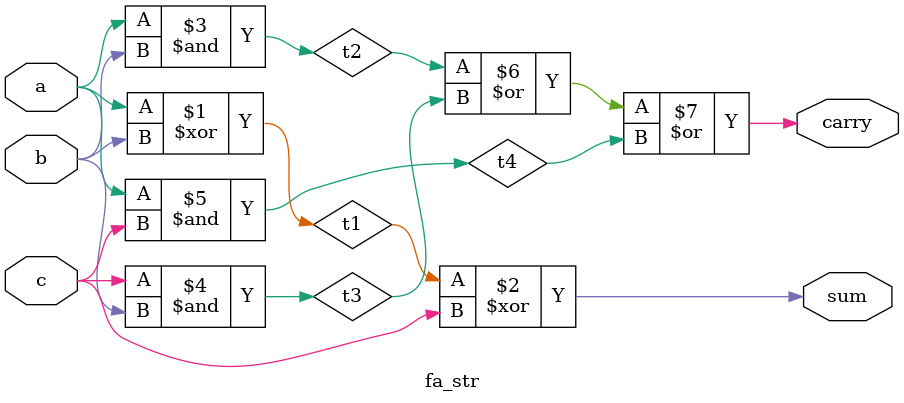
<source format=v>
`timescale 1ns / 1ps
module fa_str(
    input a,
    input b,
    input c,
    output sum,
    output carry
    );
    xor g1(t1,a,b);
    xor g2(sum,t1,c);
    and g3(t2,a,b);
    and g4(t3,c,b);
    and g5(t4,a,c);
    assign carry=t2|t3|t4;
    
    
endmodule

</source>
